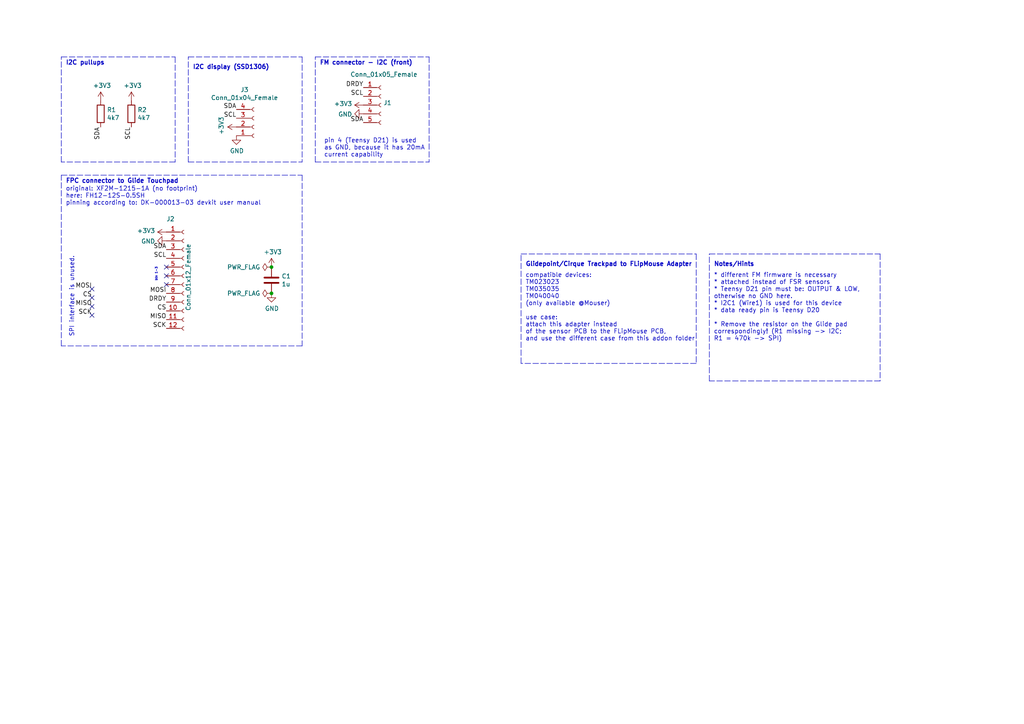
<source format=kicad_sch>
(kicad_sch (version 20211123) (generator eeschema)
  (paper "A4")
  (title_block (title "Glidepoint/Cirque to FLipMouse Adapter") (date "2021-12-09") (rev "v0.1") (company "AsTeRICS Foundation") (comment 1 "(c) Benjamin Aigner, 2021"))
  (lib_symbols
    (symbol "Connector:Conn_01x04_Female" (pin_names (offset 1.016) hide)
      (property "Reference" "J" (at 0 5.08 0))
      (property "Value" "Conn_01x04_Female" (at 0 -7.62 0))
      (symbol "Conn_01x04_Female_1_1"
        (arc (start 0 -4.572) (mid -0.508 -5.08) (end 0 -5.588) (stroke (width 0.1524)))
        (arc (start 0 -2.032) (mid -0.508 -2.54) (end 0 -3.048) (stroke (width 0.1524)))
        (polyline (pts (xy -1.27 -5.08) (xy -0.508 -5.08)) (stroke (width 0.1524)))
        (polyline (pts (xy -1.27 -2.54) (xy -0.508 -2.54)) (stroke (width 0.1524)))
        (polyline (pts (xy -1.27 0) (xy -0.508 0)) (stroke (width 0.1524)))
        (polyline (pts (xy -1.27 2.54) (xy -0.508 2.54)) (stroke (width 0.1524)))
        (arc (start 0 0.508) (mid -0.508 0) (end 0 -0.508) (stroke (width 0.1524)))
        (arc (start 0 3.048) (mid -0.508 2.54) (end 0 2.032) (stroke (width 0.1524)))
        (pin passive line (at -5.08 2.54 0) (length 3.81) (name "Pin_1") (number "1"))
        (pin passive line (at -5.08 0 0) (length 3.81) (name "Pin_2") (number "2"))
        (pin passive line (at -5.08 -2.54 0) (length 3.81) (name "Pin_3") (number "3"))
        (pin passive line (at -5.08 -5.08 0) (length 3.81) (name "Pin_4") (number "4"))
      )
    )
    (symbol "Connector:Conn_01x05_Female" (pin_names (offset 1.016) hide)
      (property "Reference" "J" (at 0 7.62 0))
      (property "Value" "Conn_01x05_Female" (at 0 -7.62 0))
      (symbol "Conn_01x05_Female_1_1"
        (arc (start 0 -4.572) (mid -0.508 -5.08) (end 0 -5.588) (stroke (width 0.1524)))
        (arc (start 0 -2.032) (mid -0.508 -2.54) (end 0 -3.048) (stroke (width 0.1524)))
        (polyline (pts (xy -1.27 -5.08) (xy -0.508 -5.08)) (stroke (width 0.1524)))
        (polyline (pts (xy -1.27 -2.54) (xy -0.508 -2.54)) (stroke (width 0.1524)))
        (polyline (pts (xy -1.27 0) (xy -0.508 0)) (stroke (width 0.1524)))
        (polyline (pts (xy -1.27 2.54) (xy -0.508 2.54)) (stroke (width 0.1524)))
        (polyline (pts (xy -1.27 5.08) (xy -0.508 5.08)) (stroke (width 0.1524)))
        (arc (start 0 0.508) (mid -0.508 0) (end 0 -0.508) (stroke (width 0.1524)))
        (arc (start 0 3.048) (mid -0.508 2.54) (end 0 2.032) (stroke (width 0.1524)))
        (arc (start 0 5.588) (mid -0.508 5.08) (end 0 4.572) (stroke (width 0.1524)))
        (pin passive line (at -5.08 5.08 0) (length 3.81) (name "Pin_1") (number "1"))
        (pin passive line (at -5.08 2.54 0) (length 3.81) (name "Pin_2") (number "2"))
        (pin passive line (at -5.08 0 0) (length 3.81) (name "Pin_3") (number "3"))
        (pin passive line (at -5.08 -2.54 0) (length 3.81) (name "Pin_4") (number "4"))
        (pin passive line (at -5.08 -5.08 0) (length 3.81) (name "Pin_5") (number "5"))
      )
    )
    (symbol "Connector:Conn_01x12_Female" (pin_names (offset 1.016) hide)
      (property "Reference" "J" (at 0 15.24 0))
      (property "Value" "Conn_01x12_Female" (at 0 -17.78 0))
      (symbol "Conn_01x12_Female_1_1"
        (arc (start 0 -14.732) (mid -0.508 -15.24) (end 0 -15.748) (stroke (width 0.1524)))
        (arc (start 0 -12.192) (mid -0.508 -12.7) (end 0 -13.208) (stroke (width 0.1524)))
        (arc (start 0 -9.652) (mid -0.508 -10.16) (end 0 -10.668) (stroke (width 0.1524)))
        (arc (start 0 -7.112) (mid -0.508 -7.62) (end 0 -8.128) (stroke (width 0.1524)))
        (arc (start 0 -4.572) (mid -0.508 -5.08) (end 0 -5.588) (stroke (width 0.1524)))
        (arc (start 0 -2.032) (mid -0.508 -2.54) (end 0 -3.048) (stroke (width 0.1524)))
        (polyline (pts (xy -1.27 -15.24) (xy -0.508 -15.24)) (stroke (width 0.1524)))
        (polyline (pts (xy -1.27 -12.7) (xy -0.508 -12.7)) (stroke (width 0.1524)))
        (polyline (pts (xy -1.27 -10.16) (xy -0.508 -10.16)) (stroke (width 0.1524)))
        (polyline (pts (xy -1.27 -7.62) (xy -0.508 -7.62)) (stroke (width 0.1524)))
        (polyline (pts (xy -1.27 -5.08) (xy -0.508 -5.08)) (stroke (width 0.1524)))
        (polyline (pts (xy -1.27 -2.54) (xy -0.508 -2.54)) (stroke (width 0.1524)))
        (polyline (pts (xy -1.27 0) (xy -0.508 0)) (stroke (width 0.1524)))
        (polyline (pts (xy -1.27 2.54) (xy -0.508 2.54)) (stroke (width 0.1524)))
        (polyline (pts (xy -1.27 5.08) (xy -0.508 5.08)) (stroke (width 0.1524)))
        (polyline (pts (xy -1.27 7.62) (xy -0.508 7.62)) (stroke (width 0.1524)))
        (polyline (pts (xy -1.27 10.16) (xy -0.508 10.16)) (stroke (width 0.1524)))
        (polyline (pts (xy -1.27 12.7) (xy -0.508 12.7)) (stroke (width 0.1524)))
        (arc (start 0 0.508) (mid -0.508 0) (end 0 -0.508) (stroke (width 0.1524)))
        (arc (start 0 3.048) (mid -0.508 2.54) (end 0 2.032) (stroke (width 0.1524)))
        (arc (start 0 5.588) (mid -0.508 5.08) (end 0 4.572) (stroke (width 0.1524)))
        (arc (start 0 8.128) (mid -0.508 7.62) (end 0 7.112) (stroke (width 0.1524)))
        (arc (start 0 10.668) (mid -0.508 10.16) (end 0 9.652) (stroke (width 0.1524)))
        (arc (start 0 13.208) (mid -0.508 12.7) (end 0 12.192) (stroke (width 0.1524)))
        (pin passive line (at -5.08 12.7 0) (length 3.81) (name "Pin_1") (number "1"))
        (pin passive line (at -5.08 -10.16 0) (length 3.81) (name "Pin_10") (number "10"))
        (pin passive line (at -5.08 -12.7 0) (length 3.81) (name "Pin_11") (number "11"))
        (pin passive line (at -5.08 -15.24 0) (length 3.81) (name "Pin_12") (number "12"))
        (pin passive line (at -5.08 10.16 0) (length 3.81) (name "Pin_2") (number "2"))
        (pin passive line (at -5.08 7.62 0) (length 3.81) (name "Pin_3") (number "3"))
        (pin passive line (at -5.08 5.08 0) (length 3.81) (name "Pin_4") (number "4"))
        (pin passive line (at -5.08 2.54 0) (length 3.81) (name "Pin_5") (number "5"))
        (pin passive line (at -5.08 0 0) (length 3.81) (name "Pin_6") (number "6"))
        (pin passive line (at -5.08 -2.54 0) (length 3.81) (name "Pin_7") (number "7"))
        (pin passive line (at -5.08 -5.08 0) (length 3.81) (name "Pin_8") (number "8"))
        (pin passive line (at -5.08 -7.62 0) (length 3.81) (name "Pin_9") (number "9"))
      )
    )
    (symbol "Device:C" (pin_numbers hide) (pin_names (offset 0.254))
      (property "Reference" "C" (at 0.635 2.54 0))
      (property "Value" "C" (at 0.635 -2.54 0))
      (symbol "C_0_1"
        (polyline (pts (xy -2.032 -0.762) (xy 2.032 -0.762)) (stroke (width 0.508)))
        (polyline (pts (xy -2.032 0.762) (xy 2.032 0.762)) (stroke (width 0.508)))
      )
      (symbol "C_1_1"
        (pin passive line (at 0 3.81 270) (length 2.794) (name "~") (number "1"))
        (pin passive line (at 0 -3.81 90) (length 2.794) (name "~") (number "2"))
      )
    )
    (symbol "Device:R" (pin_numbers hide) (pin_names (offset 0))
      (property "Reference" "R" (at 2.032 0 90))
      (property "Value" "R" (at 0 0 90))
      (symbol "R_0_1"
        (rectangle (start -1.016 -2.54) (end 1.016 2.54) (stroke (width 0.254)))
      )
      (symbol "R_1_1"
        (pin passive line (at 0 3.81 270) (length 1.27) (name "~") (number "1"))
        (pin passive line (at 0 -3.81 90) (length 1.27) (name "~") (number "2"))
      )
    )
    (symbol "power:+3V3" (power) (pin_names (offset 0))
      (property "Value" "+3V3" (at 0 3.556 0))
      (symbol "+3V3_0_1"
        (polyline (pts (xy -0.762 1.27) (xy 0 2.54)))
        (polyline (pts (xy 0 0) (xy 0 2.54)))
        (polyline (pts (xy 0 2.54) (xy 0.762 1.27)))
      )
      (symbol "+3V3_1_1"
        (pin power_in line (at 0 0 90) (length 0) hide (name "+3V3") (number "1"))
      )
    )
    (symbol "power:GND" (power) (pin_names (offset 0))
      (property "Value" "GND" (at 0 -3.81 0))
      (symbol "GND_0_1"
        (polyline (pts (xy 0 0) (xy 0 -1.27) (xy 1.27 -1.27) (xy 0 -2.54) (xy -1.27 -1.27) (xy 0 -1.27)))
      )
      (symbol "GND_1_1"
        (pin power_in line (at 0 0 270) (length 0) hide (name "GND") (number "1"))
      )
    )
    (symbol "power:PWR_FLAG" (power) (pin_numbers hide) (pin_names (offset 0) hide)
      (property "Value" "PWR_FLAG" (at 0 3.81 0))
      (symbol "PWR_FLAG_0_0"
        (pin power_out line (at 0 0 90) (length 0) (name "pwr") (number "1"))
      )
      (symbol "PWR_FLAG_0_1"
        (polyline (pts (xy 0 0) (xy 0 1.27) (xy -1.016 1.905) (xy 0 2.54) (xy 1.016 1.905) (xy 0 1.27)))
      )
    )
  )
  (junction (at 78.74 77.47))
  (junction (at 78.74 85.09))
  (no_connect (at 26.67 91.44))
  (no_connect (at 26.67 86.36))
  (no_connect (at 48.26 82.55))
  (no_connect (at 48.26 77.47))
  (no_connect (at 26.67 88.9))
  (no_connect (at 26.67 83.82))
  (no_connect (at 48.26 80.01))
  (polyline (pts (xy 151.13 105.41) (xy 151.13 73.66)))
  (polyline (pts (xy 87.63 100.33) (xy 17.78 100.33)))
  (polyline (pts (xy 255.27 110.49) (xy 205.74 110.49)))
  (polyline (pts (xy 205.74 73.66) (xy 255.27 73.66)))
  (polyline (pts (xy 201.93 105.41) (xy 151.13 105.41)))
  (polyline (pts (xy 151.13 73.66) (xy 201.93 73.66)))
  (polyline (pts (xy 91.44 46.99) (xy 124.46 46.99)))
  (polyline (pts (xy 87.63 50.8) (xy 87.63 100.33)))
  (polyline (pts (xy 255.27 73.66) (xy 255.27 110.49)))
  (polyline (pts (xy 124.46 16.51) (xy 124.46 46.99)))
  (polyline (pts (xy 54.61 16.51) (xy 87.63 16.51)))
  (polyline (pts (xy 54.61 46.99) (xy 87.63 46.99)))
  (polyline (pts (xy 91.44 16.51) (xy 124.46 16.51)))
  (polyline (pts (xy 17.78 46.99) (xy 17.78 16.51)))
  (polyline (pts (xy 201.93 73.66) (xy 201.93 105.41)))
  (polyline (pts (xy 50.8 46.99) (xy 17.78 46.99)))
  (polyline (pts (xy 17.78 100.33) (xy 17.78 50.8)))
  (polyline (pts (xy 205.74 110.49) (xy 205.74 73.66)))
  (polyline (pts (xy 87.63 16.51) (xy 87.63 46.99)))
  (polyline (pts (xy 50.8 16.51) (xy 50.8 46.99)))
  (polyline (pts (xy 91.44 46.99) (xy 91.44 16.51)))
  (polyline (pts (xy 17.78 16.51) (xy 50.8 16.51)))
  (polyline (pts (xy 17.78 50.8) (xy 87.63 50.8)))
  (polyline (pts (xy 54.61 46.99) (xy 54.61 16.51)))
  (text "FPC connector to Glide Touchpad" (at 19.05 53.34 0) (effects (font (size 1.27 1.27) (thickness 0.254) bold) (justify left bottom)))
  (text "Glidepoint/Cirque Trackpad to FLipMouse Adapter" (at 152.4 77.47 0) (effects (font (size 1.27 1.27) (thickness 0.254) bold) (justify left bottom)))
  (text "FM connector - I2C (front)" (at 92.71 19.05 0) (effects (font (size 1.27 1.27) (thickness 0.254) bold) (justify left bottom)))
  (text "pin 4 (Teensy D21) is used\nas GND, because it has 20mA\ncurrent capability" (at 93.98 45.72 0) (effects (font (size 1.27 1.27)) (justify left bottom)))
  (text "* different FM firmware is necessary\n* attached instead of FSR sensors\n* Teensy D21 pin must be: OUTPUT & LOW, \notherwise no GND here.\n* I2C1 (Wire1) is used for this device\n* data ready pin is Teensy D20\n\n* Remove the resistor on the Glide pad\ncorrespondingly! (R1 missing -> I2C;\nR1 = 470k -> SPI)" (at 207.01 99.06 0) (effects (font (size 1.27 1.27)) (justify left bottom)))
  (text "original: XF2M-1215-1A (no footprint)\nhere: FH12-12S-0.5SH\npinning according to: DK-000013-03 devkit user manual" (at 19.05 59.69 0) (effects (font (size 1.27 1.27)) (justify left bottom)))
  (text "SPI interface is unused." (at 21.59 97.79 90) (effects (font (size 1.27 1.27)) (justify left bottom)))
  (text "I2C pullups" (at 19.05 19.05 0) (effects (font (size 1.27 1.27) (thickness 0.254) bold) (justify left bottom)))
  (text "compatible devices:\nTM023023\nTM035035\nTM040040\n(only available @Mouser)\n\nuse case:\nattach this adapter instead\nof the sensor PCB to the FLipMouse PCB,\nand use the different case from this addon folder" (at 152.4 99.06 0) (effects (font (size 1.27 1.27)) (justify left bottom)))
  (text "Notes/Hints" (at 207.01 77.47 0) (effects (font (size 1.27 1.27) (thickness 0.254) bold) (justify left bottom)))
  (text "I2C display (SSD1306)" (at 55.88 20.32 0) (effects (font (size 1.27 1.27) (thickness 0.254) bold) (justify left bottom)))
  (text "btn 1-3" (at 45.72 77.47 270) (effects (font (size 0.635 0.635)) (justify right bottom)))
  (label "MISO" (at 26.67 88.9 180))
  (label "CS" (at 26.67 86.36 180))
  (label "SDA" (at 48.26 72.39 180))
  (label "SCL" (at 48.26 74.93 180))
  (label "SDA" (at 68.58 31.75 180))
  (label "SCL" (at 38.1 36.83 270))
  (label "DRDY" (at 48.26 87.63 180))
  (label "SDA" (at 29.21 36.83 270))
  (label "SCK" (at 26.67 91.44 180))
  (label "CS" (at 48.26 90.17 180))
  (label "SDA" (at 105.41 35.56 180))
  (label "SCL" (at 105.41 27.94 180))
  (label "MOSI" (at 26.67 83.82 180))
  (label "MISO" (at 48.26 92.71 180))
  (label "DRDY" (at 105.41 25.4 180))
  (label "MOSI" (at 48.26 85.09 180))
  (label "SCL" (at 68.58 34.29 180))
  (label "SCK" (at 48.26 95.25 180))
  (symbol (lib_id "Connector:Conn_01x12_Female") (at 53.34 80.01 0) (unit 1)
    (property "Reference" "J2" (at 48.26 63.5 0) (effects (justify left)))
    (property "Value" "Conn_01x12_Female" (at 54.61 90.17 90) (effects (justify left)))
    (property "Footprint" "Connector_FFC-FPC:Hirose_FH12-12S-0.5SH_1x12-1MP_P0.50mm_Horizontal" (effects hide))
    (property "Mouser" "798-FH12-12S-0.5SH55" (effects hide))
  )
  (symbol (lib_id "Connector:Conn_01x05_Female") (at 110.49 30.48 0) (unit 1)
    (property "Reference" "J1" (at 111.2012 29.8196 0) (effects (justify left)))
    (property "Value" "Conn_01x05_Female" (at 101.6 21.59 0) (effects (justify left)))
    (property "Footprint" "Connector_PinSocket_2.54mm:PinSocket_1x05_P2.54mm_Vertical" (effects hide))
    (property "Mouser" "DON'T ORDER (437-8018700510001101)" (effects hide))
  )
  (symbol (lib_id "Device:R") (at 29.21 33.02 0) (unit 1)
    (property "Reference" "R1" (at 30.988 31.8516 0) (effects (justify left)))
    (property "Value" "4k7" (at 30.988 34.163 0) (effects (justify left)))
    (property "Footprint" "Resistor_SMD:R_0805_2012Metric_Pad1.20x1.40mm_HandSolder" (effects hide))
    (property "Mouser" "603-AC0805FR-7W4K7" (effects hide))
  )
  (symbol (lib_id "power:+3V3") (at 48.26 67.31 90) (unit 1)
    (property "Reference" "#PWR03" (effects hide))
    (property "Value" "+3V3" (at 45.0088 66.929 90) (effects (justify left)))
  )
  (symbol (lib_id "power:GND") (at 48.26 69.85 270) (unit 1)
    (property "Reference" "#PWR04" (effects hide))
    (property "Value" "GND" (at 45.0088 69.977 90) (effects (justify right)))
  )
  (symbol (lib_id "Device:R") (at 38.1 33.02 0) (unit 1)
    (property "Reference" "R2" (at 39.878 31.8516 0) (effects (justify left)))
    (property "Value" "4k7" (at 39.878 34.163 0) (effects (justify left)))
    (property "Footprint" "Resistor_SMD:R_0805_2012Metric_Pad1.20x1.40mm_HandSolder" (effects hide))
    (property "Mouser" "603-AC0805FR-7W4K7L" (effects hide))
  )
  (symbol (lib_id "power:+3V3") (at 29.21 29.21 0) (unit 1)
    (property "Reference" "#PWR01" (effects hide))
    (property "Value" "+3V3" (at 29.591 24.8158 0))
  )
  (symbol (lib_id "power:+3V3") (at 38.1 29.21 0) (unit 1)
    (property "Reference" "#PWR02" (effects hide))
    (property "Value" "+3V3" (at 38.481 24.8158 0))
  )
  (symbol (lib_id "power:+3V3") (at 105.41 30.48 90) (unit 1)
    (property "Reference" "#PWR05" (effects hide))
    (property "Value" "+3V3" (at 102.1588 30.099 90) (effects (justify left)))
  )
  (symbol (lib_id "power:GND") (at 105.41 33.02 270) (unit 1)
    (property "Reference" "#PWR0101" (effects hide))
    (property "Value" "GND" (at 102.1588 33.147 90) (effects (justify right)))
  )
  (symbol (lib_id "Device:C") (at 78.74 81.28 0) (unit 1)
    (property "Reference" "C1" (at 81.661 80.1116 0) (effects (justify left)))
    (property "Value" "1u" (at 81.661 82.423 0) (effects (justify left)))
    (property "Footprint" "Capacitor_SMD:C_0805_2012Metric_Pad1.18x1.45mm_HandSolder" (effects hide))
    (property "Mouser" "710-885012207051" (effects hide))
  )
  (symbol (lib_id "power:+3V3") (at 78.74 77.47 0) (unit 1)
    (property "Reference" "#PWR06" (effects hide))
    (property "Value" "+3V3" (at 79.121 73.0758 0))
  )
  (symbol (lib_id "power:GND") (at 78.74 85.09 0) (unit 1)
    (property "Reference" "#PWR07" (effects hide))
    (property "Value" "GND" (at 78.867 89.4842 0))
  )
  (symbol (lib_id "Connector:Conn_01x04_Female") (at 73.66 36.83 0) (mirror x) (unit 1)
    (property "Reference" "J3" (at 70.9168 26.035 0))
    (property "Value" "Conn_01x04_Female" (at 70.9168 28.3464 0))
    (property "Footprint" "Connector_Harwin:Harwin_M20-89004xx_1x04_P2.54mm_Horizontal" (effects hide))
    (property "Mouser" "801-87-004-40-002101" (effects hide))
  )
  (symbol (lib_id "power:GND") (at 68.58 39.37 0) (unit 1)
    (property "Reference" "#PWR09" (effects hide))
    (property "Value" "GND" (at 68.707 43.7642 0))
  )
  (symbol (lib_id "power:+3V3") (at 68.58 36.83 90) (unit 1)
    (property "Reference" "#PWR08" (effects hide))
    (property "Value" "+3V3" (at 64.1858 36.449 0))
  )
  (symbol (lib_id "power:PWR_FLAG") (at 78.74 77.47 90) (unit 1)
    (property "Reference" "#FLG0101" (effects hide))
    (property "Value" "PWR_FLAG" (at 75.5142 77.47 90) (effects (justify left)))
  )
  (symbol (lib_id "power:PWR_FLAG") (at 78.74 85.09 90) (unit 1)
    (property "Reference" "#FLG0102" (effects hide))
    (property "Value" "PWR_FLAG" (at 75.5142 85.09 90) (effects (justify left)))
  )
)
</source>
